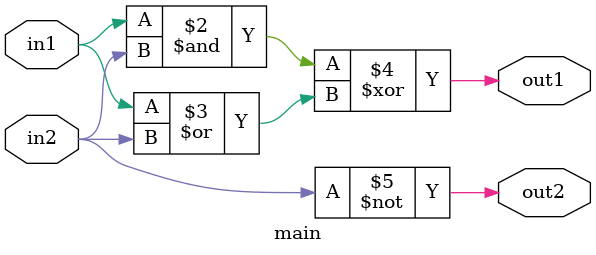
<source format=v>
`timescale 1ns / 1ps

module main(in1,in2,out1,out2);

input in1,in2;
output out1; // 2 satýrda yaptýn burda
reg out1;
output reg out2; // tek satýrda yaptýgýn burda

initial begin
    out1=0;
    out2=0;
end

always @ (in1,in2) 
begin
    out1= (in1 & in2) ^ (in1 | in2);
    out2= ~in2;
end

endmodule

</source>
